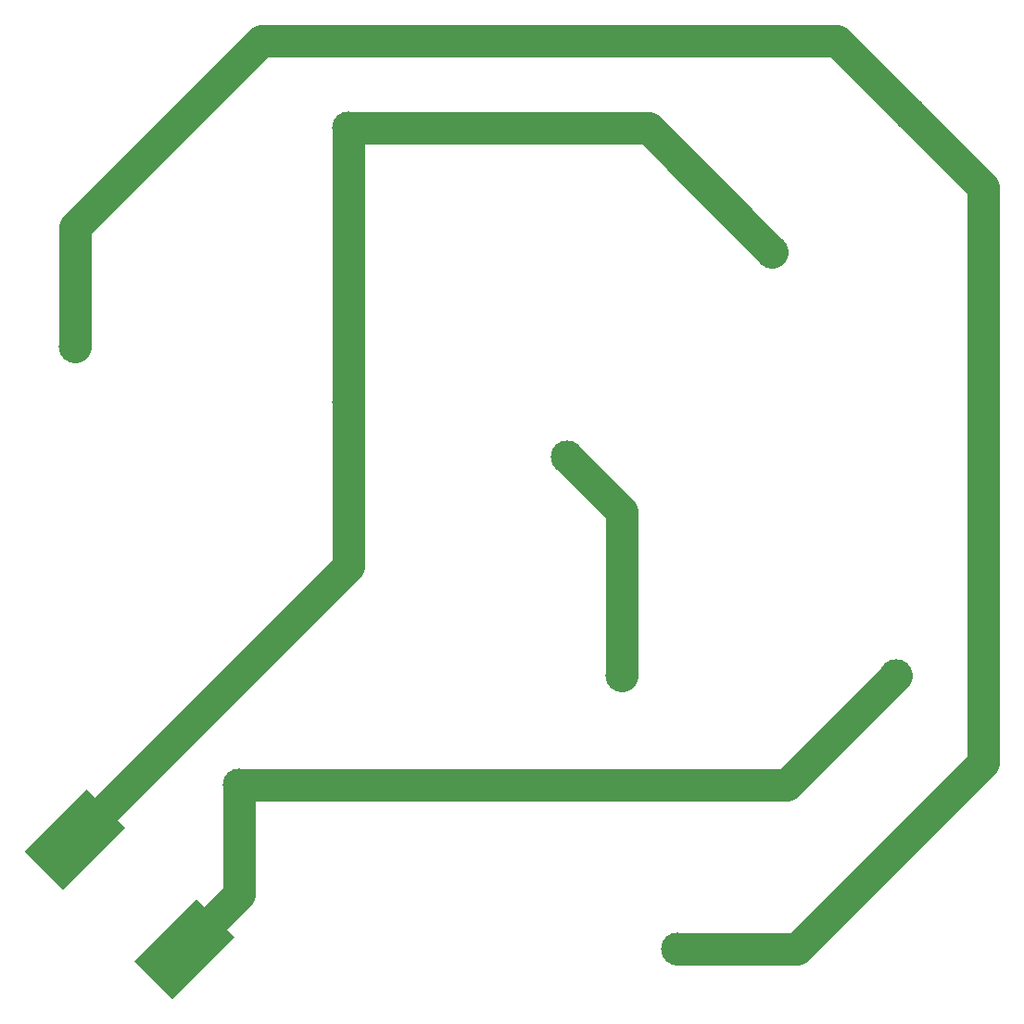
<source format=gbr>
G04 #@! TF.FileFunction,Copper,L2,Bot,Signal*
%FSLAX46Y46*%
G04 Gerber Fmt 4.6, Leading zero omitted, Abs format (unit mm)*
G04 Created by KiCad (PCBNEW 4.0.6) date 12/04/17 20:42:47*
%MOMM*%
%LPD*%
G01*
G04 APERTURE LIST*
%ADD10C,0.050000*%
%ADD11C,3.000000*%
%ADD12C,3.000000*%
G04 APERTURE END LIST*
D10*
D11*
X145000000Y-85000000D03*
X115000000Y-115000000D03*
D10*
G36*
X98939340Y-124596194D02*
X95403806Y-121060660D01*
X101060660Y-115403806D01*
X104596194Y-118939340D01*
X98939340Y-124596194D01*
X98939340Y-124596194D01*
G37*
G36*
X108939340Y-134596194D02*
X105403806Y-131060660D01*
X111060660Y-125403806D01*
X114596194Y-128939340D01*
X108939340Y-134596194D01*
X108939340Y-134596194D01*
G37*
D11*
X175000000Y-105000000D03*
X100000000Y-75000000D03*
X155000000Y-130000000D03*
X125000000Y-55000000D03*
X125000000Y-80000000D03*
X150000000Y-105000000D03*
X176293250Y-53706750D03*
X163706750Y-66293250D03*
D12*
X125000000Y-55000000D02*
X152413500Y-55000000D01*
X152413500Y-55000000D02*
X163706750Y-66293250D01*
X125000000Y-80000000D02*
X125000000Y-55000000D01*
X100000000Y-120000000D02*
X120000000Y-100000000D01*
X125000000Y-95000000D02*
X125000000Y-80000000D01*
X120000000Y-100000000D02*
X125000000Y-95000000D01*
X115000000Y-115000000D02*
X165000000Y-115000000D01*
X165000000Y-115000000D02*
X175000000Y-105000000D01*
X110000000Y-130000000D02*
X115000000Y-125000000D01*
X115000000Y-125000000D02*
X115000000Y-115000000D01*
X176293250Y-53706750D02*
X169586500Y-47000000D01*
X100000000Y-64000000D02*
X100000000Y-75000000D01*
X117000000Y-47000000D02*
X100000000Y-64000000D01*
X169586500Y-47000000D02*
X117000000Y-47000000D01*
X155000000Y-130000000D02*
X166000000Y-130000000D01*
X183000000Y-60413500D02*
X176293250Y-53706750D01*
X183000000Y-113000000D02*
X183000000Y-60413500D01*
X166000000Y-130000000D02*
X183000000Y-113000000D01*
X150000000Y-105000000D02*
X150000000Y-90000000D01*
X150000000Y-90000000D02*
X145000000Y-85000000D01*
M02*

</source>
